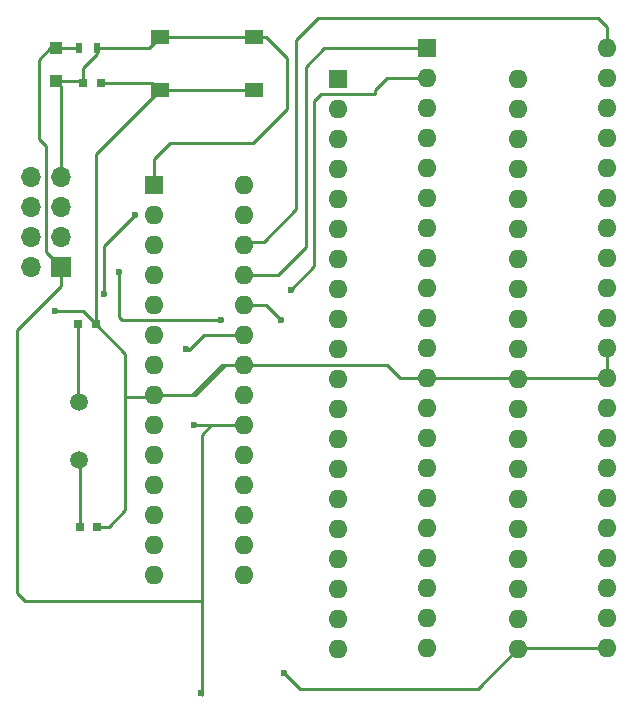
<source format=gbr>
G04 #@! TF.FileFunction,Copper,L1,Top,Signal*
%FSLAX46Y46*%
G04 Gerber Fmt 4.6, Leading zero omitted, Abs format (unit mm)*
G04 Created by KiCad (PCBNEW 4.0.7) date 05/26/18 16:35:29*
%MOMM*%
%LPD*%
G01*
G04 APERTURE LIST*
%ADD10C,0.100000*%
%ADD11R,0.800000X0.750000*%
%ADD12R,1.100000X1.100000*%
%ADD13R,1.700000X1.700000*%
%ADD14O,1.700000X1.700000*%
%ADD15R,0.500000X0.900000*%
%ADD16R,1.550000X1.300000*%
%ADD17R,1.600000X1.600000*%
%ADD18O,1.600000X1.600000*%
%ADD19C,1.500000*%
%ADD20C,0.600000*%
%ADD21C,0.250000*%
G04 APERTURE END LIST*
D10*
D11*
X92304300Y-123774200D03*
X90804300Y-123774200D03*
X90931300Y-140919200D03*
X92431300Y-140919200D03*
X92728480Y-103322120D03*
X91228480Y-103322120D03*
D12*
X88960960Y-100413360D03*
X88960960Y-103213360D03*
D13*
X89344500Y-118948200D03*
D14*
X86804500Y-118948200D03*
X89344500Y-116408200D03*
X86804500Y-116408200D03*
X89344500Y-113868200D03*
X86804500Y-113868200D03*
X89344500Y-111328200D03*
X86804500Y-111328200D03*
D15*
X92388120Y-100401120D03*
X90888120Y-100401120D03*
D16*
X97721520Y-99464300D03*
X105671520Y-99464300D03*
X97721520Y-103964300D03*
X105671520Y-103964300D03*
D17*
X97261680Y-111963200D03*
D18*
X104881680Y-144983200D03*
X97261680Y-114503200D03*
X104881680Y-142443200D03*
X97261680Y-117043200D03*
X104881680Y-139903200D03*
X97261680Y-119583200D03*
X104881680Y-137363200D03*
X97261680Y-122123200D03*
X104881680Y-134823200D03*
X97261680Y-124663200D03*
X104881680Y-132283200D03*
X97261680Y-127203200D03*
X104881680Y-129743200D03*
X97261680Y-129743200D03*
X104881680Y-127203200D03*
X97261680Y-132283200D03*
X104881680Y-124663200D03*
X97261680Y-134823200D03*
X104881680Y-122123200D03*
X97261680Y-137363200D03*
X104881680Y-119583200D03*
X97261680Y-139903200D03*
X104881680Y-117043200D03*
X97261680Y-142443200D03*
X104881680Y-114503200D03*
X97261680Y-144983200D03*
X104881680Y-111963200D03*
D17*
X112765840Y-103000000D03*
D18*
X128005840Y-151260000D03*
X112765840Y-105540000D03*
X128005840Y-148720000D03*
X112765840Y-108080000D03*
X128005840Y-146180000D03*
X112765840Y-110620000D03*
X128005840Y-143640000D03*
X112765840Y-113160000D03*
X128005840Y-141100000D03*
X112765840Y-115700000D03*
X128005840Y-138560000D03*
X112765840Y-118240000D03*
X128005840Y-136020000D03*
X112765840Y-120780000D03*
X128005840Y-133480000D03*
X112765840Y-123320000D03*
X128005840Y-130940000D03*
X112765840Y-125860000D03*
X128005840Y-128400000D03*
X112765840Y-128400000D03*
X128005840Y-125860000D03*
X112765840Y-130940000D03*
X128005840Y-123320000D03*
X112765840Y-133480000D03*
X128005840Y-120780000D03*
X112765840Y-136020000D03*
X128005840Y-118240000D03*
X112765840Y-138560000D03*
X128005840Y-115700000D03*
X112765840Y-141100000D03*
X128005840Y-113160000D03*
X112765840Y-143640000D03*
X128005840Y-110620000D03*
X112765840Y-146180000D03*
X128005840Y-108080000D03*
X112765840Y-148720000D03*
X128005840Y-105540000D03*
X112765840Y-151260000D03*
X128005840Y-103000000D03*
D17*
X120365520Y-100416360D03*
D18*
X135605520Y-151216360D03*
X120365520Y-102956360D03*
X135605520Y-148676360D03*
X120365520Y-105496360D03*
X135605520Y-146136360D03*
X120365520Y-108036360D03*
X135605520Y-143596360D03*
X120365520Y-110576360D03*
X135605520Y-141056360D03*
X120365520Y-113116360D03*
X135605520Y-138516360D03*
X120365520Y-115656360D03*
X135605520Y-135976360D03*
X120365520Y-118196360D03*
X135605520Y-133436360D03*
X120365520Y-120736360D03*
X135605520Y-130896360D03*
X120365520Y-123276360D03*
X135605520Y-128356360D03*
X120365520Y-125816360D03*
X135605520Y-125816360D03*
X120365520Y-128356360D03*
X135605520Y-123276360D03*
X120365520Y-130896360D03*
X135605520Y-120736360D03*
X120365520Y-133436360D03*
X135605520Y-118196360D03*
X120365520Y-135976360D03*
X135605520Y-115656360D03*
X120365520Y-138516360D03*
X135605520Y-113116360D03*
X120365520Y-141056360D03*
X135605520Y-110576360D03*
X120365520Y-143596360D03*
X135605520Y-108036360D03*
X120365520Y-146136360D03*
X135605520Y-105496360D03*
X120365520Y-148676360D03*
X135605520Y-102956360D03*
X120365520Y-151216360D03*
X135605520Y-100416360D03*
D19*
X90919300Y-130378200D03*
X90919300Y-135258200D03*
D20*
X88859360Y-122610880D03*
X100584000Y-132323840D03*
X108267500Y-153334720D03*
X101231700Y-155028900D03*
X99936300Y-125882400D03*
X107988100Y-123438920D03*
X108813600Y-120853200D03*
X93012260Y-121203720D03*
X95638620Y-114554000D03*
X94223840Y-119339360D03*
X102920800Y-123444000D03*
D21*
X88859360Y-122610880D02*
X88900000Y-122651520D01*
X88900000Y-122651520D02*
X91181620Y-122651520D01*
X91181620Y-122651520D02*
X92304300Y-123774200D01*
X104881680Y-127203200D02*
X103022400Y-127203200D01*
X100482400Y-129743200D02*
X97261680Y-129743200D01*
X103022400Y-127203200D02*
X100482400Y-129743200D01*
X92728480Y-103322120D02*
X97079340Y-103322120D01*
X97079340Y-103322120D02*
X97721520Y-103964300D01*
X105671520Y-103964300D02*
X97721520Y-103964300D01*
X97721520Y-103964300D02*
X92304300Y-109381520D01*
X92304300Y-109381520D02*
X92304300Y-123774200D01*
X120365520Y-128356360D02*
X127962200Y-128356360D01*
X127962200Y-128356360D02*
X135605520Y-128356360D01*
X135605520Y-128356360D02*
X135605520Y-125816360D01*
X97261680Y-129743200D02*
X100705920Y-129743200D01*
X118074440Y-128356360D02*
X120365520Y-128356360D01*
X116921280Y-127203200D02*
X118074440Y-128356360D01*
X103245920Y-127203200D02*
X116921280Y-127203200D01*
X100705920Y-129743200D02*
X103245920Y-127203200D01*
X94800420Y-129893060D02*
X97111820Y-129893060D01*
X97111820Y-129893060D02*
X97261680Y-129743200D01*
X92431300Y-140919200D02*
X93385640Y-140919200D01*
X94800420Y-126270320D02*
X92304300Y-123774200D01*
X94800420Y-139504420D02*
X94800420Y-129893060D01*
X94800420Y-129893060D02*
X94800420Y-126270320D01*
X93385640Y-140919200D02*
X94800420Y-139504420D01*
X90804300Y-123774200D02*
X90804300Y-130263200D01*
X90804300Y-130263200D02*
X90919300Y-130378200D01*
X90931300Y-140919200D02*
X90931300Y-135270200D01*
X90931300Y-135270200D02*
X90919300Y-135258200D01*
X89344500Y-111328200D02*
X89344500Y-103596900D01*
X89344500Y-103596900D02*
X88960960Y-103213360D01*
X105651300Y-99444080D02*
X105671520Y-99464300D01*
X105671520Y-99464300D02*
X106672820Y-99464300D01*
X97261680Y-109758480D02*
X97261680Y-111963200D01*
X98557080Y-108463080D02*
X97261680Y-109758480D01*
X105582720Y-108463080D02*
X98557080Y-108463080D01*
X108478320Y-105567480D02*
X105582720Y-108463080D01*
X108478320Y-101269800D02*
X108478320Y-105567480D01*
X106672820Y-99464300D02*
X108478320Y-101269800D01*
X97721520Y-99464300D02*
X105671520Y-99464300D01*
X92388120Y-100401120D02*
X96784700Y-100401120D01*
X96784700Y-100401120D02*
X97721520Y-99464300D01*
X92388120Y-100401120D02*
X92388120Y-100931280D01*
X91228480Y-102090920D02*
X91228480Y-103322120D01*
X92388120Y-100931280D02*
X91228480Y-102090920D01*
X88960960Y-103213360D02*
X91119720Y-103213360D01*
X88960960Y-100413360D02*
X88420400Y-100413360D01*
X88420400Y-100413360D02*
X87477600Y-101356160D01*
X88066880Y-117670580D02*
X89344500Y-118948200D01*
X88066880Y-108691680D02*
X88066880Y-117670580D01*
X87477600Y-108102400D02*
X88066880Y-108691680D01*
X87477600Y-101356160D02*
X87477600Y-108102400D01*
X89344500Y-118948200D02*
X89344500Y-118625620D01*
X101254560Y-147177760D02*
X86278720Y-147177760D01*
X89344500Y-120540780D02*
X89344500Y-118948200D01*
X85587840Y-124297440D02*
X89344500Y-120540780D01*
X85587840Y-146486880D02*
X85587840Y-124297440D01*
X86278720Y-147177760D02*
X85587840Y-146486880D01*
X100624640Y-132283200D02*
X104881680Y-132283200D01*
X100584000Y-132323840D02*
X100624640Y-132283200D01*
X135605520Y-151216360D02*
X128049480Y-151216360D01*
X128049480Y-151216360D02*
X124617940Y-154647900D01*
X124617940Y-154647900D02*
X109580680Y-154647900D01*
X109580680Y-154647900D02*
X108267500Y-153334720D01*
X101254560Y-155028900D02*
X101254560Y-155122880D01*
X101231700Y-155028900D02*
X101254560Y-155028900D01*
X104881680Y-132283200D02*
X102077520Y-132283200D01*
X101254560Y-155122880D02*
X101254560Y-155122880D01*
X101254560Y-133106160D02*
X101254560Y-147177760D01*
X101254560Y-147177760D02*
X101254560Y-155122880D01*
X102077520Y-132283200D02*
X101254560Y-133106160D01*
X90888120Y-100401120D02*
X88973200Y-100401120D01*
X88973200Y-100401120D02*
X88960960Y-100413360D01*
X101422200Y-124663200D02*
X104881680Y-124663200D01*
X100164900Y-125920500D02*
X101422200Y-124663200D01*
X99898200Y-125920500D02*
X100164900Y-125920500D01*
X99936300Y-125882400D02*
X99898200Y-125920500D01*
X106674920Y-122125740D02*
X104884220Y-122125740D01*
X107988100Y-123438920D02*
X106674920Y-122125740D01*
X104884220Y-122125740D02*
X104881680Y-122123200D01*
X115900200Y-104279700D02*
X115900200Y-103974900D01*
X116918740Y-102956360D02*
X120365520Y-102956360D01*
X115900200Y-103974900D02*
X116918740Y-102956360D01*
X108813600Y-120853200D02*
X110794800Y-118872000D01*
X110794800Y-118872000D02*
X110794800Y-104889300D01*
X110794800Y-104889300D02*
X111404400Y-104279700D01*
X111404400Y-104279700D02*
X115900200Y-104279700D01*
X120243600Y-103078280D02*
X120365520Y-102956360D01*
X120365520Y-100416360D02*
X111648240Y-100416360D01*
X107736640Y-119583200D02*
X104881680Y-119583200D01*
X110083600Y-117236240D02*
X107736640Y-119583200D01*
X110083600Y-101981000D02*
X110083600Y-117236240D01*
X111648240Y-100416360D02*
X110083600Y-101981000D01*
X135605520Y-100416360D02*
X135605520Y-98612960D01*
X106507280Y-116789200D02*
X105135680Y-116789200D01*
X109245400Y-114051080D02*
X106507280Y-116789200D01*
X109245400Y-99745800D02*
X109245400Y-114051080D01*
X111145320Y-97845880D02*
X109245400Y-99745800D01*
X134838440Y-97845880D02*
X111145320Y-97845880D01*
X135605520Y-98612960D02*
X134838440Y-97845880D01*
X105135680Y-116789200D02*
X104881680Y-117043200D01*
X93012260Y-117180360D02*
X93012260Y-121203720D01*
X95638620Y-114554000D02*
X93012260Y-117180360D01*
X94223840Y-123179840D02*
X94223840Y-119339360D01*
X94488000Y-123444000D02*
X94223840Y-123179840D01*
X102920800Y-123444000D02*
X94488000Y-123444000D01*
M02*

</source>
